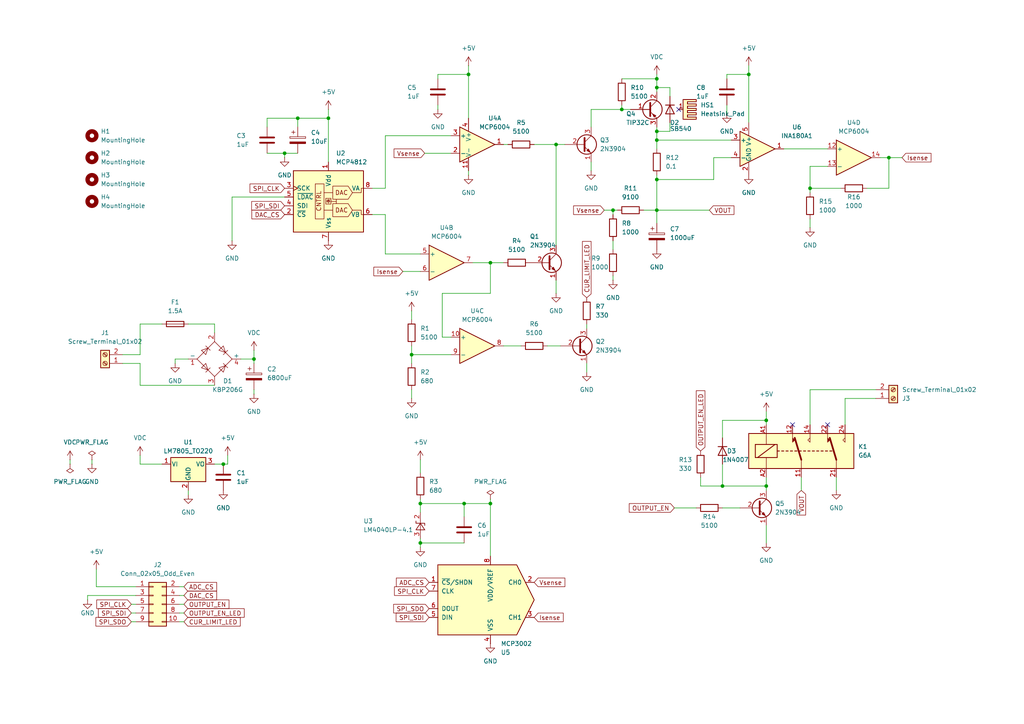
<source format=kicad_sch>
(kicad_sch (version 20231120) (generator "eeschema") (generator_version "8.0")
  (paper "A4")
  (title_block (title "PSU - Regulation") (date "2025-01-05") (rev "v01") (comment 4 "Author: Marc-Olivier Mercier"))
  (lib_symbols
    (symbol "Amplifier_Current:INA180A1" (pin_names (offset 0.127))
      (property "Reference" "U" (at 3.81 3.81 0))
      (property "Value" "INA180A1" (at 3.81 -2.54 0))
      (symbol "INA180A1_1_1"
        (pin output line (at 7.62 0 180) (length 2.54) (name "~") (number "1"))
        (pin power_in line (at -2.54 -7.62 90) (length 3.81) (name "GND") (number "2"))
        (pin input line (at -7.62 2.54 0) (length 2.54) (name "+") (number "3"))
        (pin input line (at -7.62 -2.54 0) (length 2.54) (name "-") (number "4"))
        (pin power_in line (at -2.54 7.62 270) (length 3.81) (name "V+") (number "5"))
      )
    )
    (symbol "Amplifier_Operational:MCP6004" (pin_names (offset 0.127))
      (property "Reference" "U" (at 0 5.08 0))
      (property "Value" "MCP6004" (at 0 -5.08 0))
      (symbol "MCP6004_1_1"
        (pin output line (at 7.62 0 180) (length 2.54) (name "~") (number "1"))
        (pin input line (at -7.62 -2.54 0) (length 2.54) (name "-") (number "2"))
        (pin input line (at -7.62 2.54 0) (length 2.54) (name "+") (number "3"))
      )
      (symbol "MCP6004_2_1"
        (pin input line (at -7.62 2.54 0) (length 2.54) (name "+") (number "5"))
        (pin input line (at -7.62 -2.54 0) (length 2.54) (name "-") (number "6"))
        (pin output line (at 7.62 0 180) (length 2.54) (name "~") (number "7"))
      )
      (symbol "MCP6004_3_1"
        (pin input line (at -7.62 2.54 0) (length 2.54) (name "+") (number "10"))
        (pin output line (at 7.62 0 180) (length 2.54) (name "~") (number "8"))
        (pin input line (at -7.62 -2.54 0) (length 2.54) (name "-") (number "9"))
      )
      (symbol "MCP6004_4_1"
        (pin input line (at -7.62 2.54 0) (length 2.54) (name "+") (number "12"))
        (pin input line (at -7.62 -2.54 0) (length 2.54) (name "-") (number "13"))
        (pin output line (at 7.62 0 180) (length 2.54) (name "~") (number "14"))
      )
      (symbol "MCP6004_5_1"
        (pin power_in line (at -2.54 -7.62 90) (length 3.81) (name "V-") (number "11"))
        (pin power_in line (at -2.54 7.62 270) (length 3.81) (name "V+") (number "4"))
      )
    )
    (symbol "Analog_ADC:MCP3002" (pin_names (offset 1.016))
      (property "Reference" "U" (at -6.35 11.43 0))
      (property "Value" "MCP3002" (at 11.43 11.43 0))
      (symbol "MCP3002_1_1"
        (pin input line (at 17.78 5.08 180) (length 2.54) (name "~{CS}/SHDN") (number "1"))
        (pin passive line (at -12.7 5.08 0) (length 2.54) (name "CH0") (number "2"))
        (pin passive line (at -12.7 -5.08 0) (length 2.54) (name "CH1") (number "3"))
        (pin power_in line (at 0 -12.7 90) (length 2.54) (name "VSS") (number "4"))
        (pin input line (at 17.78 -5.08 180) (length 2.54) (name "DIN") (number "5"))
        (pin output line (at 17.78 -2.54 180) (length 2.54) (name "DOUT") (number "6"))
        (pin input line (at 17.78 2.54 180) (length 2.54) (name "CLK") (number "7"))
        (pin power_in line (at 0 12.7 270) (length 2.54) (name "VDD/VREF") (number "8"))
      )
    )
    (symbol "Analog_DAC:MCP4812" (pin_names (offset 1.016))
      (property "Reference" "U" (at -2.54 10.795 0))
      (property "Value" "MCP4812" (at -2.54 8.89 0))
      (symbol "MCP4812_0_0"
        (text "CNTRL" (at -2.032 -4.191 900) (effects (font (size 1.27 1.27)) (justify left bottom)))
        (text "DAC" (at 3.81 -3.81 0) (effects (font (size 1.27 1.27))))
        (text "DAC" (at 3.81 1.27 0) (effects (font (size 1.27 1.27))))
      )
      (symbol "MCP4812_1_1"
        (pin power_in line (at 0 10.16 270) (length 2.54) (name "Vdd") (number "1"))
        (pin input line (at -12.7 -5.08 0) (length 2.54) (name "~{CS}") (number "2"))
        (pin input clock (at -12.7 2.54 0) (length 2.54) (name "SCK") (number "3"))
        (pin input line (at -12.7 -2.54 0) (length 2.54) (name "SDI") (number "4"))
        (pin input line (at -12.7 0 0) (length 2.54) (name "~{LDAC}") (number "5"))
        (pin output line (at 12.7 -5.08 180) (length 2.54) (name "VB") (number "6"))
        (pin power_in line (at 0 -12.7 90) (length 2.54) (name "Vss") (number "7"))
        (pin output line (at 12.7 2.54 180) (length 2.54) (name "VA") (number "8"))
      )
    )
    (symbol "Connector:Screw_Terminal_01x02" (pin_names (offset 1.016) hide)
      (property "Reference" "J" (at 0 2.54 0))
      (property "Value" "Screw_Terminal_01x02" (at 0 -5.08 0))
      (symbol "Screw_Terminal_01x02_1_1"
        (pin passive line (at -5.08 0 0) (length 3.81) (name "Pin_1") (number "1"))
        (pin passive line (at -5.08 -2.54 0) (length 3.81) (name "Pin_2") (number "2"))
      )
    )
    (symbol "Connector_Generic:Conn_02x05_Odd_Even" (pin_names (offset 1.016) hide)
      (property "Reference" "J" (at 1.27 7.62 0))
      (property "Value" "Conn_02x05_Odd_Even" (at 1.27 -7.62 0))
      (symbol "Conn_02x05_Odd_Even_1_1"
        (pin passive line (at -5.08 5.08 0) (length 3.81) (name "Pin_1") (number "1"))
        (pin passive line (at 7.62 -5.08 180) (length 3.81) (name "Pin_10") (number "10"))
        (pin passive line (at 7.62 5.08 180) (length 3.81) (name "Pin_2") (number "2"))
        (pin passive line (at -5.08 2.54 0) (length 3.81) (name "Pin_3") (number "3"))
        (pin passive line (at 7.62 2.54 180) (length 3.81) (name "Pin_4") (number "4"))
        (pin passive line (at -5.08 0 0) (length 3.81) (name "Pin_5") (number "5"))
        (pin passive line (at 7.62 0 180) (length 3.81) (name "Pin_6") (number "6"))
        (pin passive line (at -5.08 -2.54 0) (length 3.81) (name "Pin_7") (number "7"))
        (pin passive line (at 7.62 -2.54 180) (length 3.81) (name "Pin_8") (number "8"))
        (pin passive line (at -5.08 -5.08 0) (length 3.81) (name "Pin_9") (number "9"))
      )
    )
    (symbol "Device:C" (pin_numbers hide) (pin_names (offset 0.254))
      (property "Reference" "C" (at 0.635 2.54 0))
      (property "Value" "C" (at 0.635 -2.54 0))
      (symbol "C_1_1"
        (pin passive line (at 0 3.81 270) (length 2.794) (name "~") (number "1"))
        (pin passive line (at 0 -3.81 90) (length 2.794) (name "~") (number "2"))
      )
    )
    (symbol "Device:C_Polarized" (pin_numbers hide) (pin_names (offset 0.254))
      (property "Reference" "C" (at 0.635 2.54 0))
      (property "Value" "C_Polarized" (at 0.635 -2.54 0))
      (symbol "C_Polarized_1_1"
        (pin passive line (at 0 3.81 270) (length 2.794) (name "~") (number "1"))
        (pin passive line (at 0 -3.81 90) (length 2.794) (name "~") (number "2"))
      )
    )
    (symbol "Device:D" (pin_numbers hide) (pin_names (offset 1.016) hide)
      (property "Reference" "D" (at 0 2.54 0))
      (property "Value" "D" (at 0 -2.54 0))
      (symbol "D_1_1"
        (pin passive line (at -3.81 0 0) (length 2.54) (name "K") (number "1"))
        (pin passive line (at 3.81 0 180) (length 2.54) (name "A") (number "2"))
      )
    )
    (symbol "Device:Fuse" (pin_numbers hide) (pin_names (offset 0))
      (property "Reference" "F" (at 2.032 0 90))
      (property "Value" "Fuse" (at -1.905 0 90))
      (symbol "Fuse_1_1"
        (pin passive line (at 0 3.81 270) (length 1.27) (name "~") (number "1"))
        (pin passive line (at 0 -3.81 90) (length 1.27) (name "~") (number "2"))
      )
    )
    (symbol "Device:R" (pin_numbers hide) (pin_names (offset 0))
      (property "Reference" "R" (at 2.032 0 90))
      (property "Value" "R" (at 0 0 90))
      (symbol "R_1_1"
        (pin passive line (at 0 3.81 270) (length 1.27) (name "~") (number "1"))
        (pin passive line (at 0 -3.81 90) (length 1.27) (name "~") (number "2"))
      )
    )
    (symbol "Diode_Bridge:B250C2300-1500A" (pin_names (offset 0))
      (property "Reference" "D" (at 2.54 6.985 0))
      (property "Value" "B250C2300-1500A" (at 2.54 5.08 0))
      (symbol "B250C2300-1500A_1_1"
        (pin passive line (at -7.62 0 0) (length 2.54) (name "-") (number "1"))
        (pin passive line (at 0 7.62 270) (length 2.54) (name "~") (number "2"))
        (pin passive line (at 0 -7.62 90) (length 2.54) (name "~") (number "3"))
        (pin passive line (at 7.62 0 180) (length 2.54) (name "+") (number "4"))
      )
    )
    (symbol "Mechanical:Heatsink_Pad" (pin_names (offset 0)) (exclude_from_sim yes)
      (property "Reference" "HS" (at 0 5.715 0))
      (property "Value" "Heatsink_Pad" (at 0 3.81 0))
      (symbol "Heatsink_Pad_1_1"
        (pin passive line (at 0 -2.54 90) (length 1.27) (name "~") (number "1"))
      )
    )
    (symbol "Mechanical:MountingHole" (pin_names (offset 1.016)) (exclude_from_sim yes) (in_bom no)
      (property "Reference" "H" (at 0 5.08 0))
      (property "Value" "MountingHole" (at 0 3.175 0))
    )
    (symbol "Reference_Voltage:LM4040LP-4.1" (pin_names (offset 0.0254) hide)
      (property "Reference" "U" (at 0 2.54 0))
      (property "Value" "LM4040LP-4.1" (at 0 -3.175 0))
      (symbol "LM4040LP-4.1_1_1"
        (pin no_connect line (at -1.27 0 0) (length 2.54) hide (name "NC") (number "1"))
        (pin passive line (at 3.81 0 180) (length 2.54) (name "K") (number "2"))
        (pin passive line (at -3.81 0 0) (length 2.54) (name "A") (number "3"))
      )
    )
    (symbol "Regulator_Linear:LM7805_TO220" (pin_names (offset 0.254))
      (property "Reference" "U" (at -3.81 3.175 0))
      (property "Value" "LM7805_TO220" (at 0 3.175 0))
      (symbol "LM7805_TO220_1_1"
        (pin power_in line (at -7.62 0 0) (length 2.54) (name "VI") (number "1"))
        (pin power_in line (at 0 -7.62 90) (length 2.54) (name "GND") (number "2"))
        (pin power_out line (at 7.62 0 180) (length 2.54) (name "VO") (number "3"))
      )
    )
    (symbol "Relay:G6A"
      (property "Reference" "K" (at 16.51 3.81 0))
      (property "Value" "G6A" (at 16.51 1.27 0))
      (symbol "G6A_1_1"
        (pin passive line (at 0 -7.62 90) (length 2.54) (name "~") (number "11"))
        (pin passive line (at -2.54 7.62 270) (length 2.54) (name "~") (number "12"))
        (pin passive line (at 2.54 7.62 270) (length 2.54) (name "~") (number "14"))
        (pin passive line (at 10.16 -7.62 90) (length 2.54) (name "~") (number "21"))
        (pin passive line (at 7.62 7.62 270) (length 2.54) (name "~") (number "22"))
        (pin passive line (at 12.7 7.62 270) (length 2.54) (name "~") (number "24"))
        (pin passive line (at -10.16 7.62 270) (length 2.54) (name "~") (number "A1"))
        (pin passive line (at -10.16 -7.62 90) (length 2.54) (name "~") (number "A2"))
      )
    )
    (symbol "Transistor_BJT:2N3904" (pin_names (offset 0) hide)
      (property "Reference" "Q" (at 5.08 1.905 0))
      (property "Value" "2N3904" (at 5.08 0 0))
      (symbol "2N3904_1_1"
        (pin passive line (at 2.54 -5.08 90) (length 2.54) (name "E") (number "1"))
        (pin passive line (at -5.08 0 0) (length 5.715) (name "B") (number "2"))
        (pin passive line (at 2.54 5.08 270) (length 2.54) (name "C") (number "3"))
      )
    )
    (symbol "Transistor_BJT:TIP42C" (pin_names (offset 0) hide)
      (property "Reference" "Q" (at 6.35 1.905 0))
      (property "Value" "TIP42C" (at 6.35 0 0))
      (symbol "TIP42C_1_1"
        (pin input line (at -5.08 0 0) (length 5.715) (name "B") (number "1"))
        (pin passive line (at 2.54 5.08 270) (length 2.54) (name "C") (number "2"))
        (pin passive line (at 2.54 -5.08 90) (length 2.54) (name "E") (number "3"))
      )
    )
    (symbol "power:+5V" (power) (pin_numbers hide) (pin_names (offset 0) hide)
      (property "Value" "+5V" (at 0 3.556 0))
      (symbol "+5V_1_1"
        (pin power_in line (at 0 0 90) (length 0) (name "~") (number "1"))
      )
    )
    (symbol "power:GND" (power) (pin_numbers hide) (pin_names (offset 0) hide)
      (property "Value" "GND" (at 0 -3.81 0))
      (symbol "GND_1_1"
        (pin power_in line (at 0 0 270) (length 0) (name "~") (number "1"))
      )
    )
    (symbol "power:PWR_FLAG" (power) (pin_numbers hide) (pin_names (offset 0) hide)
      (property "Value" "PWR_FLAG" (at 0 3.81 0))
      (symbol "PWR_FLAG_0_0"
        (pin power_out line (at 0 0 90) (length 0) (name "~") (number "1"))
      )
    )
    (symbol "power:VDC" (power) (pin_numbers hide) (pin_names (offset 0) hide)
      (property "Value" "VDC" (at 0 3.556 0))
      (symbol "VDC_1_1"
        (pin power_in line (at 0 0 90) (length 0) (name "~") (number "1"))
      )
    )
  )
  (junction (at 73.66 104.14))
  (junction (at 190.5 52.07))
  (junction (at 177.8 60.96))
  (junction (at 121.92 146.05))
  (junction (at 95.25 34.29))
  (junction (at 134.62 146.05))
  (junction (at 190.5 60.96))
  (junction (at 82.55 44.45))
  (junction (at 180.34 31.75))
  (junction (at 121.92 157.48))
  (junction (at 142.24 76.2))
  (junction (at 217.17 21.59))
  (junction (at 142.24 146.05))
  (junction (at 119.38 102.87))
  (junction (at 209.55 140.97))
  (junction (at 257.81 45.72))
  (junction (at 190.5 38.1))
  (junction (at 135.89 21.59))
  (junction (at 222.25 140.97))
  (junction (at 222.25 121.92))
  (junction (at 234.95 54.61))
  (junction (at 190.5 40.64))
  (junction (at 190.5 22.86))
  (junction (at 86.36 34.29))
  (junction (at 64.77 134.62))
  (junction (at 161.29 41.91))
  (junction (at 190.5 25.4))
  (no_connect (at 240.03 123.19))
  (no_connect (at 229.87 123.19))
  (no_connect (at 196.85 31.75))
  (wire (pts (xy 190.5 60.96) (xy 190.5 64.77)))
  (wire (pts (xy 54.61 142.24) (xy 54.61 143.51)))
  (wire (pts (xy 38.1 177.8) (xy 39.37 177.8)))
  (wire (pts (xy 203.2 138.43) (xy 203.2 140.97)))
  (wire (pts (xy 128.27 85.09) (xy 142.24 85.09)))
  (wire (pts (xy 234.95 113.03) (xy 234.95 123.19)))
  (wire (pts (xy 209.55 127) (xy 209.55 121.92)))
  (wire (pts (xy 111.76 39.37) (xy 130.81 39.37)))
  (wire (pts (xy 142.24 144.78) (xy 142.24 146.05)))
  (wire (pts (xy 77.47 34.29) (xy 86.36 34.29)))
  (wire (pts (xy 73.66 104.14) (xy 73.66 105.41)))
  (wire (pts (xy 190.5 40.64) (xy 190.5 43.18)))
  (wire (pts (xy 222.25 140.97) (xy 222.25 142.24)))
  (wire (pts (xy 52.07 180.34) (xy 53.34 180.34)))
  (wire (pts (xy 50.8 104.14) (xy 50.8 105.41)))
  (wire (pts (xy 64.77 134.62) (xy 66.04 134.62)))
  (wire (pts (xy 38.1 180.34) (xy 39.37 180.34)))
  (wire (pts (xy 40.64 105.41) (xy 35.56 105.41)))
  (wire (pts (xy 161.29 41.91) (xy 161.29 71.12)))
  (wire (pts (xy 52.07 175.26) (xy 53.34 175.26)))
  (wire (pts (xy 95.25 34.29) (xy 95.25 46.99)))
  (wire (pts (xy 127 22.86) (xy 127 21.59)))
  (wire (pts (xy 232.41 138.43) (xy 232.41 142.24)))
  (wire (pts (xy 119.38 102.87) (xy 119.38 105.41)))
  (wire (pts (xy 121.92 157.48) (xy 134.62 157.48)))
  (wire (pts (xy 161.29 41.91) (xy 163.83 41.91)))
  (wire (pts (xy 222.25 138.43) (xy 222.25 140.97)))
  (wire (pts (xy 107.95 54.61) (xy 111.76 54.61)))
  (wire (pts (xy 67.31 57.15) (xy 67.31 69.85)))
  (wire (pts (xy 154.94 41.91) (xy 161.29 41.91)))
  (wire (pts (xy 82.55 44.45) (xy 82.55 45.72)))
  (wire (pts (xy 190.5 21.59) (xy 190.5 22.86)))
  (wire (pts (xy 203.2 140.97) (xy 209.55 140.97)))
  (wire (pts (xy 40.64 134.62) (xy 46.99 134.62)))
  (wire (pts (xy 254 115.57) (xy 245.11 115.57)))
  (wire (pts (xy 175.26 60.96) (xy 177.8 60.96)))
  (wire (pts (xy 251.46 54.61) (xy 257.81 54.61)))
  (wire (pts (xy 210.82 30.48) (xy 210.82 33.02)))
  (wire (pts (xy 121.92 146.05) (xy 121.92 148.59)))
  (wire (pts (xy 38.1 175.26) (xy 39.37 175.26)))
  (wire (pts (xy 119.38 100.33) (xy 119.38 102.87)))
  (wire (pts (xy 121.92 144.78) (xy 121.92 146.05)))
  (wire (pts (xy 135.89 19.05) (xy 135.89 21.59)))
  (wire (pts (xy 107.95 62.23) (xy 111.76 62.23)))
  (wire (pts (xy 209.55 134.62) (xy 209.55 140.97)))
  (wire (pts (xy 222.25 121.92) (xy 222.25 123.19)))
  (wire (pts (xy 245.11 115.57) (xy 245.11 123.19)))
  (wire (pts (xy 177.8 69.85) (xy 177.8 72.39)))
  (wire (pts (xy 142.24 161.29) (xy 142.24 146.05)))
  (wire (pts (xy 25.4 173.99) (xy 25.4 172.72)))
  (wire (pts (xy 257.81 45.72) (xy 261.62 45.72)))
  (wire (pts (xy 254 113.03) (xy 234.95 113.03)))
  (wire (pts (xy 190.5 22.86) (xy 190.5 25.4)))
  (wire (pts (xy 194.31 35.56) (xy 194.31 38.1)))
  (wire (pts (xy 119.38 90.17) (xy 119.38 92.71)))
  (wire (pts (xy 190.5 36.83) (xy 190.5 38.1)))
  (wire (pts (xy 190.5 50.8) (xy 190.5 52.07)))
  (wire (pts (xy 137.16 76.2) (xy 142.24 76.2)))
  (wire (pts (xy 27.94 165.1) (xy 27.94 170.18)))
  (wire (pts (xy 194.31 27.94) (xy 194.31 25.4)))
  (wire (pts (xy 111.76 54.61) (xy 111.76 39.37)))
  (wire (pts (xy 190.5 52.07) (xy 190.5 60.96)))
  (wire (pts (xy 27.94 170.18) (xy 39.37 170.18)))
  (wire (pts (xy 128.27 97.79) (xy 128.27 85.09)))
  (wire (pts (xy 135.89 49.53) (xy 135.89 50.8)))
  (wire (pts (xy 111.76 73.66) (xy 121.92 73.66)))
  (wire (pts (xy 255.27 45.72) (xy 257.81 45.72)))
  (wire (pts (xy 73.66 113.03) (xy 73.66 114.3)))
  (wire (pts (xy 257.81 45.72) (xy 257.81 54.61)))
  (wire (pts (xy 130.81 97.79) (xy 128.27 97.79)))
  (wire (pts (xy 135.89 21.59) (xy 135.89 34.29)))
  (wire (pts (xy 194.31 38.1) (xy 190.5 38.1)))
  (wire (pts (xy 121.92 156.21) (xy 121.92 157.48)))
  (wire (pts (xy 209.55 147.32) (xy 214.63 147.32)))
  (wire (pts (xy 242.57 138.43) (xy 242.57 142.24)))
  (wire (pts (xy 95.25 31.75) (xy 95.25 34.29)))
  (wire (pts (xy 119.38 102.87) (xy 130.81 102.87)))
  (wire (pts (xy 123.19 44.45) (xy 130.81 44.45)))
  (wire (pts (xy 234.95 63.5) (xy 234.95 66.04)))
  (wire (pts (xy 67.31 57.15) (xy 82.55 57.15)))
  (wire (pts (xy 86.36 36.83) (xy 86.36 34.29)))
  (wire (pts (xy 73.66 104.14) (xy 73.66 101.6)))
  (wire (pts (xy 82.55 44.45) (xy 86.36 44.45)))
  (wire (pts (xy 161.29 81.28) (xy 161.29 85.09)))
  (wire (pts (xy 121.92 157.48) (xy 121.92 158.75)))
  (wire (pts (xy 190.5 38.1) (xy 190.5 40.64)))
  (wire (pts (xy 146.05 41.91) (xy 147.32 41.91)))
  (wire (pts (xy 209.55 140.97) (xy 222.25 140.97)))
  (wire (pts (xy 142.24 146.05) (xy 134.62 146.05)))
  (wire (pts (xy 119.38 113.03) (xy 119.38 115.57)))
  (wire (pts (xy 52.07 177.8) (xy 53.34 177.8)))
  (wire (pts (xy 217.17 19.05) (xy 217.17 21.59)))
  (wire (pts (xy 170.18 105.41) (xy 170.18 107.95)))
  (wire (pts (xy 62.23 111.76) (xy 40.64 111.76)))
  (wire (pts (xy 121.92 133.35) (xy 121.92 137.16)))
  (wire (pts (xy 234.95 54.61) (xy 243.84 54.61)))
  (wire (pts (xy 116.84 78.74) (xy 121.92 78.74)))
  (wire (pts (xy 134.62 146.05) (xy 121.92 146.05)))
  (wire (pts (xy 146.05 100.33) (xy 151.13 100.33)))
  (wire (pts (xy 222.25 119.38) (xy 222.25 121.92)))
  (wire (pts (xy 190.5 60.96) (xy 205.74 60.96)))
  (wire (pts (xy 186.69 60.96) (xy 190.5 60.96)))
  (wire (pts (xy 209.55 121.92) (xy 222.25 121.92)))
  (wire (pts (xy 54.61 104.14) (xy 50.8 104.14)))
  (wire (pts (xy 217.17 21.59) (xy 217.17 35.56)))
  (wire (pts (xy 62.23 96.52) (xy 62.23 93.98)))
  (wire (pts (xy 212.09 45.72) (xy 207.01 45.72)))
  (wire (pts (xy 158.75 100.33) (xy 162.56 100.33)))
  (wire (pts (xy 210.82 22.86) (xy 210.82 21.59)))
  (wire (pts (xy 171.45 36.83) (xy 171.45 31.75)))
  (wire (pts (xy 180.34 22.86) (xy 190.5 22.86)))
  (wire (pts (xy 171.45 46.99) (xy 171.45 49.53)))
  (wire (pts (xy 170.18 93.98) (xy 170.18 95.25)))
  (wire (pts (xy 179.07 60.96) (xy 177.8 60.96)))
  (wire (pts (xy 127 21.59) (xy 135.89 21.59)))
  (wire (pts (xy 180.34 31.75) (xy 180.34 30.48)))
  (wire (pts (xy 234.95 54.61) (xy 234.95 55.88)))
  (wire (pts (xy 207.01 45.72) (xy 207.01 52.07)))
  (wire (pts (xy 66.04 134.62) (xy 66.04 132.08)))
  (wire (pts (xy 195.58 147.32) (xy 201.93 147.32)))
  (wire (pts (xy 40.64 93.98) (xy 40.64 102.87)))
  (wire (pts (xy 171.45 31.75) (xy 180.34 31.75)))
  (wire (pts (xy 86.36 34.29) (xy 95.25 34.29)))
  (wire (pts (xy 234.95 48.26) (xy 234.95 54.61)))
  (wire (pts (xy 40.64 93.98) (xy 46.99 93.98)))
  (wire (pts (xy 194.31 25.4) (xy 190.5 25.4)))
  (wire (pts (xy 190.5 40.64) (xy 212.09 40.64)))
  (wire (pts (xy 62.23 134.62) (xy 64.77 134.62)))
  (wire (pts (xy 25.4 172.72) (xy 39.37 172.72)))
  (wire (pts (xy 177.8 80.01) (xy 177.8 81.28)))
  (wire (pts (xy 54.61 93.98) (xy 62.23 93.98)))
  (wire (pts (xy 127 30.48) (xy 127 31.75)))
  (wire (pts (xy 40.64 111.76) (xy 40.64 105.41)))
  (wire (pts (xy 52.07 172.72) (xy 53.34 172.72)))
  (wire (pts (xy 52.07 170.18) (xy 53.34 170.18)))
  (wire (pts (xy 240.03 48.26) (xy 234.95 48.26)))
  (wire (pts (xy 20.32 133.35) (xy 20.32 134.62)))
  (wire (pts (xy 77.47 44.45) (xy 82.55 44.45)))
  (wire (pts (xy 134.62 146.05) (xy 134.62 149.86)))
  (wire (pts (xy 142.24 76.2) (xy 142.24 85.09)))
  (wire (pts (xy 26.67 133.35) (xy 26.67 134.62)))
  (wire (pts (xy 69.85 104.14) (xy 73.66 104.14)))
  (wire (pts (xy 222.25 152.4) (xy 222.25 157.48)))
  (wire (pts (xy 182.88 31.75) (xy 180.34 31.75)))
  (wire (pts (xy 177.8 60.96) (xy 177.8 62.23)))
  (wire (pts (xy 227.33 43.18) (xy 240.03 43.18)))
  (wire (pts (xy 40.64 102.87) (xy 35.56 102.87)))
  (wire (pts (xy 40.64 134.62) (xy 40.64 132.08)))
  (wire (pts (xy 77.47 36.83) (xy 77.47 34.29)))
  (wire (pts (xy 142.24 76.2) (xy 146.05 76.2)))
  (wire (pts (xy 190.5 25.4) (xy 190.5 26.67)))
  (wire (pts (xy 207.01 52.07) (xy 190.5 52.07)))
  (wire (pts (xy 111.76 62.23) (xy 111.76 73.66)))
  (wire (pts (xy 210.82 21.59) (xy 217.17 21.59)))
  (global_label "SPI_SDI" (shape input) (at 124.46 179.07 180) (property "Intersheetrefs" "${INTERSHEET_REFS}" (effects (hide yes))))
  (global_label "SPI_CLK" (shape input) (at 124.46 171.45 180) (property "Intersheetrefs" "${INTERSHEET_REFS}" (effects (hide yes))))
  (global_label "DAC_CS" (shape input) (at 82.55 62.23 180) (property "Intersheetrefs" "${INTERSHEET_REFS}" (effects (hide yes))))
  (global_label "SPI_SDI" (shape input) (at 38.1 177.8 180) (property "Intersheetrefs" "${INTERSHEET_REFS}" (effects (hide yes))))
  (global_label "OUTPUT_EN" (shape input) (at 53.34 175.26 0) (property "Intersheetrefs" "${INTERSHEET_REFS}" (effects (hide yes))))
  (global_label "Isense" (shape input) (at 261.62 45.72 0) (property "Intersheetrefs" "${INTERSHEET_REFS}" (effects (hide yes))))
  (global_label "OUTPUT_EN" (shape input) (at 195.58 147.32 180) (property "Intersheetrefs" "${INTERSHEET_REFS}" (effects (hide yes))))
  (global_label "Vsense" (shape input) (at 154.94 168.91 0) (property "Intersheetrefs" "${INTERSHEET_REFS}" (effects (hide yes))))
  (global_label "SPI_CLK" (shape input) (at 82.55 54.61 180) (property "Intersheetrefs" "${INTERSHEET_REFS}" (effects (hide yes))))
  (global_label "OUTPUT_EN_LED" (shape input) (at 203.2 130.81 90) (property "Intersheetrefs" "${INTERSHEET_REFS}" (effects (hide yes))))
  (global_label "SPI_SDI" (shape input) (at 82.55 59.69 180) (property "Intersheetrefs" "${INTERSHEET_REFS}" (effects (hide yes))))
  (global_label "Isense" (shape input) (at 154.94 179.07 0) (property "Intersheetrefs" "${INTERSHEET_REFS}" (effects (hide yes))))
  (global_label "ADC_CS" (shape input) (at 124.46 168.91 180) (property "Intersheetrefs" "${INTERSHEET_REFS}" (effects (hide yes))))
  (global_label "Isense" (shape input) (at 116.84 78.74 180) (property "Intersheetrefs" "${INTERSHEET_REFS}" (effects (hide yes))))
  (global_label "OUTPUT_EN_LED" (shape input) (at 53.34 177.8 0) (property "Intersheetrefs" "${INTERSHEET_REFS}" (effects (hide yes))))
  (global_label "SPI_SDO" (shape input) (at 38.1 180.34 180) (property "Intersheetrefs" "${INTERSHEET_REFS}" (effects (hide yes))))
  (global_label "VOUT" (shape input) (at 232.41 142.24 270) (property "Intersheetrefs" "${INTERSHEET_REFS}" (effects (hide yes))))
  (global_label "Vsense" (shape input) (at 175.26 60.96 180) (property "Intersheetrefs" "${INTERSHEET_REFS}" (effects (hide yes))))
  (global_label "Vsense" (shape input) (at 123.19 44.45 180) (property "Intersheetrefs" "${INTERSHEET_REFS}" (effects (hide yes))))
  (global_label "SPI_SDO" (shape input) (at 124.46 176.53 180) (property "Intersheetrefs" "${INTERSHEET_REFS}" (effects (hide yes))))
  (global_label "ADC_CS" (shape input) (at 53.34 170.18 0) (property "Intersheetrefs" "${INTERSHEET_REFS}" (effects (hide yes))))
  (global_label "VOUT" (shape input) (at 205.74 60.96 0) (property "Intersheetrefs" "${INTERSHEET_REFS}" (effects (hide yes))))
  (global_label "CUR_LIMIT_LED" (shape input) (at 53.34 180.34 0) (property "Intersheetrefs" "${INTERSHEET_REFS}" (effects (hide yes))))
  (global_label "CUR_LIMIT_LED" (shape input) (at 170.18 86.36 90) (property "Intersheetrefs" "${INTERSHEET_REFS}" (effects (hide yes))))
  (global_label "SPI_CLK" (shape input) (at 38.1 175.26 180) (property "Intersheetrefs" "${INTERSHEET_REFS}" (effects (hide yes))))
  (global_label "DAC_CS" (shape input) (at 53.34 172.72 0) (property "Intersheetrefs" "${INTERSHEET_REFS}" (effects (hide yes))))
  (symbol (lib_id "Mechanical:MountingHole") (at 26.67 52.07 0) (unit 1) (exclude_from_sim yes) (in_bom no)
    (property "Reference" "H3" (at 29.21 50.7999 0) (effects (justify left)))
    (property "Value" "MountingHole" (at 29.21 53.3399 0) (effects (justify left)))
    (property "Footprint" "MountingHole:MountingHole_3.2mm_M3" (effects (hide yes)))
    (property "Description" "Mounting Hole without connection" (effects (hide yes)))
  )
  (symbol (lib_id "Device:C_Polarized") (at 73.66 109.22 0) (unit 1)
    (property "Reference" "C2" (at 77.47 107.0609 0) (effects (justify left)))
    (property "Value" "6800uF" (at 77.47 109.6009 0) (effects (justify left)))
    (property "Footprint" "Capacitor_THT:CP_Radial_D18.0mm_P7.50mm" (effects (hide yes)))
    (property "Description" "Polarized capacitor" (effects (hide yes)))
  )
  (symbol (lib_id "Mechanical:MountingHole") (at 26.67 45.72 0) (unit 1) (exclude_from_sim yes) (in_bom no)
    (property "Reference" "H2" (at 29.21 44.4499 0) (effects (justify left)))
    (property "Value" "MountingHole" (at 29.21 46.9899 0) (effects (justify left)))
    (property "Footprint" "MountingHole:MountingHole_3.2mm_M3" (effects (hide yes)))
    (property "Description" "Mounting Hole without connection" (effects (hide yes)))
  )
  (symbol (lib_id "Reference_Voltage:LM4040LP-4.1") (at 121.92 152.4 90) (unit 1)
    (property "Reference" "U3" (at 105.41 151.13 90) (effects (justify right)))
    (property "Value" "LM4040LP-4.1" (at 105.41 153.67 90) (effects (justify right)))
    (property "Footprint" "Package_TO_SOT_THT:TO-92_Inline" (effects (hide yes)))
    (property "Datasheet" "http://www.ti.com/lit/ds/symlink/lm4040-n.pdf" (effects (hide yes)))
    (property "Description" "4.096V Precision Micropower Shunt Voltage Reference, TO-92" (effects (hide yes)))
  )
  (symbol (lib_id "power:GND") (at 67.31 69.85 0) (unit 1)
    (property "Reference" "#PWR010" (effects (hide yes)))
    (property "Value" "GND" (at 67.31 74.93 0))
    (property "Description" "Power symbol creates a global label with name \"GND\" , ground" (effects (hide yes)))
  )
  (symbol (lib_id "Device:R") (at 205.74 147.32 270) (unit 1)
    (property "Reference" "R14" (at 205.74 149.86 90))
    (property "Value" "5100" (at 205.74 152.4 90))
    (property "Footprint" "Resistor_SMD:R_0805_2012Metric" (effects (hide yes)))
    (property "Description" "Resistor" (effects (hide yes)))
  )
  (symbol (lib_id "Regulator_Linear:LM7805_TO220") (at 54.61 134.62 0) (unit 1)
    (property "Reference" "U1" (at 54.61 128.27 0))
    (property "Value" "LM7805_TO220" (at 54.61 130.81 0))
    (property "Footprint" "Package_TO_SOT_THT:TO-220-3_Vertical" (effects (hide yes)))
    (property "Datasheet" "https://www.onsemi.cn/PowerSolutions/document/MC7800-D.PDF" (effects (hide yes)))
    (property "Description" "Positive 1A 35V Linear Regulator, Fixed Output 5V, TO-220" (effects (hide yes)))
  )
  (symbol (lib_id "power:GND") (at 73.66 114.3 0) (unit 1)
    (property "Reference" "#PWR012" (effects (hide yes)))
    (property "Value" "GND" (at 73.66 119.38 0))
    (property "Description" "Power symbol creates a global label with name \"GND\" , ground" (effects (hide yes)))
  )
  (symbol (lib_id "Connector_Generic:Conn_02x05_Odd_Even") (at 44.45 175.26 0) (unit 1)
    (property "Reference" "J2" (at 45.72 163.83 0))
    (property "Value" "Conn_02x05_Odd_Even" (at 45.72 166.37 0))
    (property "Footprint" "Connector_PinSocket_2.54mm:PinSocket_2x05_P2.54mm_Vertical" (effects (hide yes)))
    (property "Description" "Generic connector, double row, 02x05, odd/even pin numbering scheme (row 1 odd numbers, row 2 even numbers), script generated (kicad-library-utils/schlib/autogen/connector/)" (effects (hide yes)))
  )
  (symbol (lib_id "power:GND") (at 234.95 66.04 0) (unit 1)
    (property "Reference" "#PWR035" (effects (hide yes)))
    (property "Value" "GND" (at 234.95 71.12 0))
    (property "Description" "Power symbol creates a global label with name \"GND\" , ground" (effects (hide yes)))
  )
  (symbol (lib_id "Device:R") (at 182.88 60.96 270) (unit 1)
    (property "Reference" "R11" (at 182.88 54.61 90))
    (property "Value" "9100" (at 182.88 57.15 90))
    (property "Footprint" "Resistor_SMD:R_0805_2012Metric" (effects (hide yes)))
    (property "Description" "Resistor" (effects (hide yes)))
  )
  (symbol (lib_id "power:GND") (at 177.8 81.28 0) (unit 1)
    (property "Reference" "#PWR027" (effects (hide yes)))
    (property "Value" "GND" (at 177.8 86.36 0))
    (property "Description" "Power symbol creates a global label with name \"GND\" , ground" (effects (hide yes)))
  )
  (symbol (lib_id "power:VDC") (at 73.66 101.6 0) (unit 1)
    (property "Reference" "#PWR011" (effects (hide yes)))
    (property "Value" "VDC" (at 73.66 96.52 0))
    (property "Description" "Power symbol creates a global label with name \"VDC\"" (effects (hide yes)))
  )
  (symbol (lib_id "Device:R") (at 149.86 76.2 90) (unit 1)
    (property "Reference" "R4" (at 149.86 69.85 90))
    (property "Value" "5100" (at 149.86 72.39 90))
    (property "Footprint" "Resistor_SMD:R_0805_2012Metric" (effects (hide yes)))
    (property "Description" "Resistor" (effects (hide yes)))
  )
  (symbol (lib_id "Device:D") (at 194.31 31.75 270) (unit 1)
    (property "Reference" "D2" (at 194.31 35.56 90) (effects (justify left)))
    (property "Value" "SB540" (at 194.31 37.338 90) (effects (justify left)))
    (property "Footprint" "Diode_THT:D_DO-201AD_P12.70mm_Horizontal" (effects (hide yes)))
    (property "Description" "Diode" (effects (hide yes)))
    (property "Sim.Device" "D" (effects (hide yes)))
    (property "Sim.Pins" "1=K 2=A" (effects (hide yes)))
  )
  (symbol (lib_id "power:GND") (at 242.57 142.24 0) (unit 1)
    (property "Reference" "#PWR036" (effects (hide yes)))
    (property "Value" "GND" (at 242.57 147.32 0))
    (property "Description" "Power symbol creates a global label with name \"GND\" , ground" (effects (hide yes)))
  )
  (symbol (lib_id "power:PWR_FLAG") (at 142.24 144.78 0) (unit 1)
    (property "Reference" "#FLG03" (effects (hide yes)))
    (property "Value" "PWR_FLAG" (at 142.24 139.7 0))
    (property "Description" "Special symbol for telling ERC where power comes from" (effects (hide yes)))
  )
  (symbol (lib_id "power:VDC") (at 20.32 133.35 0) (unit 1)
    (property "Reference" "#PWR01" (effects (hide yes)))
    (property "Value" "VDC" (at 20.32 128.27 0))
    (property "Description" "Power symbol creates a global label with name \"VDC\"" (effects (hide yes)))
  )
  (symbol (lib_id "Device:R") (at 247.65 54.61 90) (unit 1)
    (property "Reference" "R16" (at 247.65 57.15 90))
    (property "Value" "1000" (at 247.65 59.69 90))
    (property "Footprint" "Resistor_SMD:R_0805_2012Metric" (effects (hide yes)))
    (property "Description" "Resistor" (effects (hide yes)))
  )
  (symbol (lib_id "Device:R") (at 121.92 140.97 0) (unit 1)
    (property "Reference" "R3" (at 124.46 139.6999 0) (effects (justify left)))
    (property "Value" "680" (at 124.46 142.2399 0) (effects (justify left)))
    (property "Footprint" "Resistor_SMD:R_0805_2012Metric" (effects (hide yes)))
    (property "Description" "Resistor" (effects (hide yes)))
  )
  (symbol (lib_id "Device:R") (at 234.95 59.69 0) (unit 1)
    (property "Reference" "R15" (at 237.49 58.4199 0) (effects (justify left)))
    (property "Value" "1000" (at 237.49 60.9599 0) (effects (justify left)))
    (property "Footprint" "Resistor_SMD:R_0805_2012Metric" (effects (hide yes)))
    (property "Description" "Resistor" (effects (hide yes)))
  )
  (symbol (lib_id "power:GND") (at 135.89 50.8 0) (unit 1)
    (property "Reference" "#PWR022" (effects (hide yes)))
    (property "Value" "GND" (at 135.89 55.88 0))
    (property "Description" "Power symbol creates a global label with name \"GND\" , ground" (effects (hide yes)))
  )
  (symbol (lib_id "power:VDC") (at 40.64 132.08 0) (unit 1)
    (property "Reference" "#PWR05" (effects (hide yes)))
    (property "Value" "VDC" (at 40.64 127 0))
    (property "Description" "Power symbol creates a global label with name \"VDC\"" (effects (hide yes)))
  )
  (symbol (lib_id "power:GND") (at 222.25 157.48 0) (unit 1)
    (property "Reference" "#PWR034" (effects (hide yes)))
    (property "Value" "GND" (at 222.25 162.56 0))
    (property "Description" "Power symbol creates a global label with name \"GND\" , ground" (effects (hide yes)))
  )
  (symbol (lib_id "power:+5V") (at 222.25 119.38 0) (unit 1)
    (property "Reference" "#PWR033" (effects (hide yes)))
    (property "Value" "+5V" (at 222.25 114.3 0))
    (property "Description" "Power symbol creates a global label with name \"+5V\"" (effects (hide yes)))
  )
  (symbol (lib_id "Device:R") (at 170.18 90.17 0) (unit 1)
    (property "Reference" "R7" (at 172.72 88.8999 0) (effects (justify left)))
    (property "Value" "330" (at 172.72 91.4399 0) (effects (justify left)))
    (property "Footprint" "Resistor_SMD:R_0805_2012Metric" (effects (hide yes)))
    (property "Description" "Resistor" (effects (hide yes)))
  )
  (symbol (lib_id "power:GND") (at 64.77 142.24 0) (unit 1)
    (property "Reference" "#PWR08" (effects (hide yes)))
    (property "Value" "GND" (at 64.77 147.32 0))
    (property "Description" "Power symbol creates a global label with name \"GND\" , ground" (effects (hide yes)))
  )
  (symbol (lib_id "Amplifier_Operational:MCP6004") (at 129.54 76.2 0) (unit 2)
    (property "Reference" "U4" (at 129.54 66.04 0))
    (property "Value" "MCP6004" (at 129.54 68.58 0))
    (property "Footprint" "Package_DIP:DIP-14_W7.62mm" (effects (hide yes)))
    (property "Datasheet" "http://ww1.microchip.com/downloads/en/DeviceDoc/21733j.pdf" (effects (hide yes)))
    (property "Description" "1MHz, Low-Power Op Amp, DIP-14/SOIC-14/TSSOP-14" (effects (hide yes)))
  )
  (symbol (lib_id "Device:R") (at 151.13 41.91 90) (unit 1)
    (property "Reference" "R5" (at 151.13 35.56 90))
    (property "Value" "5100" (at 151.13 38.1 90))
    (property "Footprint" "Resistor_SMD:R_0805_2012Metric" (effects (hide yes)))
    (property "Description" "Resistor" (effects (hide yes)))
  )
  (symbol (lib_id "power:GND") (at 95.25 69.85 0) (unit 1)
    (property "Reference" "#PWR015" (effects (hide yes)))
    (property "Value" "GND" (at 95.25 74.93 0))
    (property "Description" "Power symbol creates a global label with name \"GND\" , ground" (effects (hide yes)))
  )
  (symbol (lib_id "power:+5V") (at 135.89 19.05 0) (unit 1)
    (property "Reference" "#PWR021" (effects (hide yes)))
    (property "Value" "+5V" (at 135.89 13.97 0))
    (property "Description" "Power symbol creates a global label with name \"+5V\"" (effects (hide yes)))
  )
  (symbol (lib_id "power:GND") (at 82.55 45.72 0) (unit 1)
    (property "Reference" "#PWR013" (effects (hide yes)))
    (property "Value" "GND" (at 82.55 50.8 0))
    (property "Description" "Power symbol creates a global label with name \"GND\" , ground" (effects (hide yes)))
  )
  (symbol (lib_id "power:GND") (at 171.45 49.53 0) (unit 1)
    (property "Reference" "#PWR026" (effects (hide yes)))
    (property "Value" "GND" (at 171.45 54.61 0))
    (property "Description" "Power symbol creates a global label with name \"GND\" , ground" (effects (hide yes)))
  )
  (symbol (lib_id "Device:C") (at 134.62 153.67 0) (unit 1)
    (property "Reference" "C6" (at 138.43 152.3999 0) (effects (justify left)))
    (property "Value" "1uF" (at 138.43 154.9399 0) (effects (justify left)))
    (property "Footprint" "Capacitor_SMD:C_0805_2012Metric" (effects (hide yes)))
    (property "Description" "Unpolarized capacitor" (effects (hide yes)))
  )
  (symbol (lib_id "Device:D") (at 209.55 130.81 270) (unit 1)
    (property "Reference" "D3" (at 210.82 130.81 90) (effects (justify left)))
    (property "Value" "1N4007" (at 209.55 133.35 90) (effects (justify left)))
    (property "Footprint" "Diode_THT:D_DO-41_SOD81_P7.62mm_Horizontal" (effects (hide yes)))
    (property "Description" "Diode" (effects (hide yes)))
    (property "Sim.Device" "D" (effects (hide yes)))
    (property "Sim.Pins" "1=K 2=A" (effects (hide yes)))
  )
  (symbol (lib_id "Transistor_BJT:2N3904") (at 168.91 41.91 0) (unit 1)
    (property "Reference" "Q3" (at 173.99 40.6399 0) (effects (justify left)))
    (property "Value" "2N3904" (at 173.99 43.1799 0) (effects (justify left)))
    (property "Footprint" "Package_TO_SOT_THT:TO-92_Inline_Wide" (effects (hide yes)))
    (property "Datasheet" "https://www.onsemi.com/pub/Collateral/2N3903-D.PDF" (effects (hide yes)))
    (property "Description" "0.2A Ic, 40V Vce, Small Signal NPN Transistor, TO-92" (effects (hide yes)))
  )
  (symbol (lib_id "power:GND") (at 217.17 50.8 0) (unit 1)
    (property "Reference" "#PWR032" (effects (hide yes)))
    (property "Value" "GND" (at 217.17 55.88 0))
    (property "Description" "Power symbol creates a global label with name \"GND\" , ground" (effects (hide yes)))
  )
  (symbol (lib_id "power:GND") (at 54.61 143.51 0) (unit 1)
    (property "Reference" "#PWR07" (effects (hide yes)))
    (property "Value" "GND" (at 54.61 148.59 0))
    (property "Description" "Power symbol creates a global label with name \"GND\" , ground" (effects (hide yes)))
  )
  (symbol (lib_id "power:GND") (at 170.18 107.95 0) (unit 1)
    (property "Reference" "#PWR025" (effects (hide yes)))
    (property "Value" "GND" (at 170.18 113.03 0))
    (property "Description" "Power symbol creates a global label with name \"GND\" , ground" (effects (hide yes)))
  )
  (symbol (lib_id "Transistor_BJT:2N3904") (at 219.71 147.32 0) (unit 1)
    (property "Reference" "Q5" (at 224.79 146.0499 0) (effects (justify left)))
    (property "Value" "2N3904" (at 224.79 148.5899 0) (effects (justify left)))
    (property "Footprint" "Package_TO_SOT_THT:TO-92_Inline_Wide" (effects (hide yes)))
    (property "Datasheet" "https://www.onsemi.com/pub/Collateral/2N3903-D.PDF" (effects (hide yes)))
    (property "Description" "0.2A Ic, 40V Vce, Small Signal NPN Transistor, TO-92" (effects (hide yes)))
  )
  (symbol (lib_id "Amplifier_Current:INA180A1") (at 219.71 43.18 0) (unit 1)
    (property "Reference" "U6" (at 231.14 36.8614 0))
    (property "Value" "INA180A1" (at 231.14 39.4014 0))
    (property "Footprint" "Package_TO_SOT_SMD:SOT-23-5_HandSoldering" (effects (hide yes)))
    (property "Datasheet" "http://www.ti.com/lit/ds/symlink/ina180.pdf" (effects (hide yes)))
    (property "Description" "Current Sense Amplifier, 1 Circuit, Rail-to-Rail, 26V, Gain 20 V/V, SOT-23-5" (effects (hide yes)))
  )
  (symbol (lib_id "power:GND") (at 190.5 72.39 0) (unit 1)
    (property "Reference" "#PWR029" (effects (hide yes)))
    (property "Value" "GND" (at 190.5 77.47 0))
    (property "Description" "Power symbol creates a global label with name \"GND\" , ground" (effects (hide yes)))
  )
  (symbol (lib_id "Device:C") (at 210.82 26.67 0) (unit 1)
    (property "Reference" "C8" (at 201.93 25.4 0) (effects (justify left)))
    (property "Value" "1uF" (at 201.93 27.94 0) (effects (justify left)))
    (property "Footprint" "Capacitor_SMD:C_0805_2012Metric" (effects (hide yes)))
    (property "Description" "Unpolarized capacitor" (effects (hide yes)))
  )
  (symbol (lib_id "Device:R") (at 177.8 66.04 0) (unit 1)
    (property "Reference" "R8" (at 180.34 64.7699 0) (effects (justify left)))
    (property "Value" "1000" (at 180.34 67.3099 0) (effects (justify left)))
    (property "Footprint" "Resistor_SMD:R_0805_2012Metric" (effects (hide yes)))
    (property "Description" "Resistor" (effects (hide yes)))
  )
  (symbol (lib_id "power:GND") (at 121.92 158.75 0) (unit 1)
    (property "Reference" "#PWR019" (effects (hide yes)))
    (property "Value" "GND" (at 121.92 163.83 0))
    (property "Description" "Power symbol creates a global label with name \"GND\" , ground" (effects (hide yes)))
  )
  (symbol (lib_id "Analog_DAC:MCP4812") (at 95.25 57.15 0) (unit 1)
    (property "Reference" "U2" (at 97.4441 44.45 0) (effects (justify left)))
    (property "Value" "MCP4812" (at 97.4441 46.99 0) (effects (justify left)))
    (property "Footprint" "Package_DIP:DIP-8_W7.62mm" (effects (hide yes)))
    (property "Datasheet" "http://ww1.microchip.com/downloads/en/DeviceDoc/20002249B.pdf" (effects (hide yes)))
    (property "Description" "2-Channel 10-Bit D/A Converters with SPI Interface and Internal Reference (2.048V)" (effects (hide yes)))
  )
  (symbol (lib_id "Diode_Bridge:B250C2300-1500A") (at 62.23 104.14 0) (unit 1)
    (property "Reference" "D1" (at 66.04 110.49 0))
    (property "Value" "KBP206G" (at 66.04 113.03 0))
    (property "Footprint" "Altbutt:Diode_THT_Diode_Bridge_SIP365W86P406L1475H1060Q4" (effects (hide yes)))
    (property "Datasheet" "https://diotec.com/tl_files/diotec/files/pdf/datasheets/b40c2300.pdf" (effects (hide yes)))
    (property "Description" "Silicon Bridge Rectifier, 250V Vrms, 1.5A If, pins=-AA+, SIL-package" (effects (hide yes)))
  )
  (symbol (lib_id "power:PWR_FLAG") (at 26.67 133.35 0) (unit 1)
    (property "Reference" "#FLG02" (effects (hide yes)))
    (property "Value" "PWR_FLAG" (at 26.67 128.27 0))
    (property "Description" "Special symbol for telling ERC where power comes from" (effects (hide yes)))
  )
  (symbol (lib_id "power:GND") (at 161.29 85.09 0) (unit 1)
    (property "Reference" "#PWR024" (effects (hide yes)))
    (property "Value" "GND" (at 161.29 90.17 0))
    (property "Description" "Power symbol creates a global label with name \"GND\" , ground" (effects (hide yes)))
  )
  (symbol (lib_id "Transistor_BJT:2N3904") (at 158.75 76.2 0) (unit 1)
    (property "Reference" "Q1" (at 153.67 68.58 0) (effects (justify left)))
    (property "Value" "2N3904" (at 153.67 71.12 0) (effects (justify left)))
    (property "Footprint" "Package_TO_SOT_THT:TO-92_Inline_Wide" (effects (hide yes)))
    (property "Datasheet" "https://www.onsemi.com/pub/Collateral/2N3903-D.PDF" (effects (hide yes)))
    (property "Description" "0.2A Ic, 40V Vce, Small Signal NPN Transistor, TO-92" (effects (hide yes)))
  )
  (symbol (lib_id "power:PWR_FLAG") (at 20.32 134.62 180) (unit 1)
    (property "Reference" "#FLG01" (effects (hide yes)))
    (property "Value" "PWR_FLAG" (at 20.32 139.7 0))
    (property "Description" "Special symbol for telling ERC where power comes from" (effects (hide yes)))
  )
  (symbol (lib_id "Analog_ADC:MCP3002") (at 142.24 173.99 0) (mirror y) (unit 1)
    (property "Reference" "U5" (at 145.2565 189.23 0) (effects (justify right)))
    (property "Value" "MCP3002" (at 145.2565 186.69 0) (effects (justify right)))
    (property "Footprint" "Package_DIP:DIP-8_W7.62mm" (effects (hide yes)))
    (property "Datasheet" "http://ww1.microchip.com/downloads/en/DeviceDoc/21294E.pdf" (effects (hide yes)))
    (property "Description" "Dual Channel 10-Bit A/D Converter with SPI Serial Interface" (effects (hide yes)))
  )
  (symbol (lib_id "power:GND") (at 25.4 173.99 0) (unit 1)
    (property "Reference" "#PWR02" (effects (hide yes)))
    (property "Value" "GND" (at 25.4 177.8 0))
    (property "Description" "Power symbol creates a global label with name \"GND\" , ground" (effects (hide yes)))
  )
  (symbol (lib_id "Device:C") (at 64.77 138.43 0) (unit 1)
    (property "Reference" "C1" (at 68.58 137.1599 0) (effects (justify left)))
    (property "Value" "1uF" (at 68.58 139.6999 0) (effects (justify left)))
    (property "Footprint" "Capacitor_SMD:C_0805_2012Metric" (effects (hide yes)))
    (property "Description" "Unpolarized capacitor" (effects (hide yes)))
  )
  (symbol (lib_id "power:GND") (at 50.8 105.41 0) (unit 1)
    (property "Reference" "#PWR06" (effects (hide yes)))
    (property "Value" "GND" (at 50.8 110.49 0))
    (property "Description" "Power symbol creates a global label with name \"GND\" , ground" (effects (hide yes)))
  )
  (symbol (lib_id "power:+5V") (at 217.17 19.05 0) (unit 1)
    (property "Reference" "#PWR031" (effects (hide yes)))
    (property "Value" "+5V" (at 217.17 13.97 0))
    (property "Description" "Power symbol creates a global label with name \"+5V\"" (effects (hide yes)))
  )
  (symbol (lib_id "Mechanical:MountingHole") (at 26.67 39.37 0) (unit 1) (exclude_from_sim yes) (in_bom no)
    (property "Reference" "H1" (at 29.21 38.0999 0) (effects (justify left)))
    (property "Value" "MountingHole" (at 29.21 40.6399 0) (effects (justify left)))
    (property "Footprint" "MountingHole:MountingHole_3.2mm_M3" (effects (hide yes)))
    (property "Description" "Mounting Hole without connection" (effects (hide yes)))
  )
  (symbol (lib_id "Device:C_Polarized") (at 86.36 40.64 0) (unit 1)
    (property "Reference" "C4" (at 90.17 38.4809 0) (effects (justify left)))
    (property "Value" "10uF" (at 90.17 41.0209 0) (effects (justify left)))
    (property "Footprint" "Capacitor_Tantalum_SMD:CP_EIA-3216-18_Kemet-A_Pad1.58x1.35mm_HandSolder" (effects (hide yes)))
    (property "Description" "Polarized capacitor" (effects (hide yes)))
  )
  (symbol (lib_id "power:+5V") (at 119.38 90.17 0) (unit 1)
    (property "Reference" "#PWR016" (effects (hide yes)))
    (property "Value" "+5V" (at 119.38 85.09 0))
    (property "Description" "Power symbol creates a global label with name \"+5V\"" (effects (hide yes)))
  )
  (symbol (lib_id "power:GND") (at 142.24 186.69 0) (unit 1)
    (property "Reference" "#PWR023" (effects (hide yes)))
    (property "Value" "GND" (at 142.24 191.77 0))
    (property "Description" "Power symbol creates a global label with name \"GND\" , ground" (effects (hide yes)))
  )
  (symbol (lib_id "Connector:Screw_Terminal_01x02") (at 259.08 115.57 0) (mirror x) (unit 1)
    (property "Reference" "J3" (at 261.62 115.5701 0) (effects (justify left)))
    (property "Value" "Screw_Terminal_01x02" (at 261.62 113.0301 0) (effects (justify left)))
    (property "Footprint" "TerminalBlock_RND:TerminalBlock_RND_205-00012_1x02_P5.00mm_Horizontal" (effects (hide yes)))
    (property "Description" "Generic screw terminal, single row, 01x02, script generated (kicad-library-utils/schlib/autogen/connector/)" (effects (hide yes)))
  )
  (symbol (lib_id "Mechanical:MountingHole") (at 26.67 58.42 0) (unit 1) (exclude_from_sim yes) (in_bom no)
    (property "Reference" "H4" (at 29.21 57.1499 0) (effects (justify left)))
    (property "Value" "MountingHole" (at 29.21 59.6899 0) (effects (justify left)))
    (property "Footprint" "MountingHole:MountingHole_3.2mm_M3" (effects (hide yes)))
    (property "Description" "Mounting Hole without connection" (effects (hide yes)))
  )
  (symbol (lib_id "Amplifier_Operational:MCP6004") (at 138.43 41.91 0) (unit 5)
    (property "Reference" "U4" (effects (hide yes)))
    (property "Value" "MCP6004" (effects (hide yes)))
    (property "Footprint" "Package_DIP:DIP-14_W7.62mm" (effects (hide yes)))
    (property "Datasheet" "http://ww1.microchip.com/downloads/en/DeviceDoc/21733j.pdf" (effects (hide yes)))
    (property "Description" "1MHz, Low-Power Op Amp, DIP-14/SOIC-14/TSSOP-14" (effects (hide yes)))
  )
  (symbol (lib_id "Amplifier_Operational:MCP6004") (at 138.43 41.91 0) (unit 1)
    (property "Reference" "U4" (at 143.51 34.29 0))
    (property "Value" "MCP6004" (at 143.51 36.83 0))
    (property "Footprint" "Package_DIP:DIP-14_W7.62mm" (effects (hide yes)))
    (property "Datasheet" "http://ww1.microchip.com/downloads/en/DeviceDoc/21733j.pdf" (effects (hide yes)))
    (property "Description" "1MHz, Low-Power Op Amp, DIP-14/SOIC-14/TSSOP-14" (effects (hide yes)))
  )
  (symbol (lib_id "Device:R") (at 190.5 46.99 0) (unit 1)
    (property "Reference" "R12" (at 193.04 45.7199 0) (effects (justify left)))
    (property "Value" "0.1" (at 193.04 48.2599 0) (effects (justify left)))
    (property "Footprint" "Altbutt:R_Bare_Metal_Element_L16.3mm_W4.0mm_no_mask" (effects (hide yes)))
    (property "Description" "Resistor" (effects (hide yes)))
  )
  (symbol (lib_id "Device:R") (at 177.8 76.2 0) (unit 1)
    (property "Reference" "R9" (at 171.45 74.93 0) (effects (justify left)))
    (property "Value" "1000" (at 171.45 77.47 0) (effects (justify left)))
    (property "Footprint" "Resistor_SMD:R_0805_2012Metric" (effects (hide yes)))
    (property "Description" "Resistor" (effects (hide yes)))
  )
  (symbol (lib_id "Device:R") (at 203.2 134.62 0) (unit 1)
    (property "Reference" "R13" (at 196.85 133.35 0) (effects (justify left)))
    (property "Value" "330" (at 196.85 135.89 0) (effects (justify left)))
    (property "Footprint" "Resistor_SMD:R_0805_2012Metric" (effects (hide yes)))
    (property "Description" "Resistor" (effects (hide yes)))
  )
  (symbol (lib_id "power:GND") (at 210.82 33.02 0) (unit 1)
    (property "Reference" "#PWR030" (effects (hide yes)))
    (property "Value" "GND" (at 210.82 38.1 0))
    (property "Description" "Power symbol creates a global label with name \"GND\" , ground" (effects (hide yes)))
  )
  (symbol (lib_id "Transistor_BJT:TIP42C") (at 187.96 31.75 0) (unit 1)
    (property "Reference" "Q4" (at 181.61 33.02 0) (effects (justify left)))
    (property "Value" "TIP32C" (at 181.61 35.56 0) (effects (justify left)))
    (property "Footprint" "Package_TO_SOT_THT:TO-220-3_Vertical" (effects (hide yes)))
    (property "Datasheet" "https://www.centralsemi.com/get_document.php?cmp=1&mergetype=pd&mergepath=pd&pdf_id=TIP42.PDF" (effects (hide yes)))
    (property "Description" "-6A Ic, -100V Vce, Power PNP Transistor, TO-220" (effects (hide yes)))
  )
  (symbol (lib_id "Amplifier_Operational:MCP6004") (at 138.43 100.33 0) (unit 3)
    (property "Reference" "U4" (at 138.43 90.17 0))
    (property "Value" "MCP6004" (at 138.43 92.71 0))
    (property "Footprint" "Package_DIP:DIP-14_W7.62mm" (effects (hide yes)))
    (property "Datasheet" "http://ww1.microchip.com/downloads/en/DeviceDoc/21733j.pdf" (effects (hide yes)))
    (property "Description" "1MHz, Low-Power Op Amp, DIP-14/SOIC-14/TSSOP-14" (effects (hide yes)))
  )
  (symbol (lib_id "power:GND") (at 119.38 115.57 0) (unit 1)
    (property "Reference" "#PWR017" (effects (hide yes)))
    (property "Value" "GND" (at 119.38 120.65 0))
    (property "Description" "Power symbol creates a global label with name \"GND\" , ground" (effects (hide yes)))
  )
  (symbol (lib_id "power:GND") (at 127 31.75 0) (unit 1)
    (property "Reference" "#PWR020" (effects (hide yes)))
    (property "Value" "GND" (at 127 36.83 0))
    (property "Description" "Power symbol creates a global label with name \"GND\" , ground" (effects (hide yes)))
  )
  (symbol (lib_id "Amplifier_Operational:MCP6004") (at 247.65 45.72 0) (unit 4)
    (property "Reference" "U4" (at 247.65 35.56 0))
    (property "Value" "MCP6004" (at 247.65 38.1 0))
    (property "Footprint" "Package_DIP:DIP-14_W7.62mm" (effects (hide yes)))
    (property "Datasheet" "http://ww1.microchip.com/downloads/en/DeviceDoc/21733j.pdf" (effects (hide yes)))
    (property "Description" "1MHz, Low-Power Op Amp, DIP-14/SOIC-14/TSSOP-14" (effects (hide yes)))
  )
  (symbol (lib_id "Device:C_Polarized") (at 190.5 68.58 0) (unit 1)
    (property "Reference" "C7" (at 194.31 66.4209 0) (effects (justify left)))
    (property "Value" "1000uF" (at 194.31 68.9609 0) (effects (justify left)))
    (property "Footprint" "Capacitor_THT:CP_Radial_D12.5mm_P5.00mm" (effects (hide yes)))
    (property "Description" "Polarized capacitor" (effects (hide yes)))
  )
  (symbol (lib_id "Device:Fuse") (at 50.8 93.98 90) (unit 1)
    (property "Reference" "F1" (at 50.8 87.63 90))
    (property "Value" "1.5A" (at 50.8 90.17 90))
    (property "Footprint" "Fuse:Fuseholder_Clip-6.3x32mm_Littelfuse_102_122_Inline_P34.21x7.62mm_D1.98mm_Horizontal" (effects (hide yes)))
    (property "Description" "Fuse" (effects (hide yes)))
  )
  (symbol (lib_id "power:VDC") (at 190.5 21.59 0) (unit 1)
    (property "Reference" "#PWR028" (effects (hide yes)))
    (property "Value" "VDC" (at 190.5 16.51 0))
    (property "Description" "Power symbol creates a global label with name \"VDC\"" (effects (hide yes)))
  )
  (symbol (lib_id "Device:R") (at 119.38 109.22 0) (unit 1)
    (property "Reference" "R2" (at 121.92 107.9499 0) (effects (justify left)))
    (property "Value" "680" (at 121.92 110.4899 0) (effects (justify left)))
    (property "Footprint" "Resistor_SMD:R_0805_2012Metric" (effects (hide yes)))
    (property "Description" "Resistor" (effects (hide yes)))
  )
  (symbol (lib_id "Device:R") (at 180.34 26.67 0) (unit 1)
    (property "Reference" "R10" (at 182.88 25.3999 0) (effects (justify left)))
    (property "Value" "5100" (at 182.88 27.9399 0) (effects (justify left)))
    (property "Footprint" "Resistor_SMD:R_0805_2012Metric" (effects (hide yes)))
    (property "Description" "Resistor" (effects (hide yes)))
  )
  (symbol (lib_id "power:+5V") (at 27.94 165.1 0) (unit 1)
    (property "Reference" "#PWR04" (effects (hide yes)))
    (property "Value" "+5V" (at 27.94 160.02 0))
    (property "Description" "Power symbol creates a global label with name \"+5V\"" (effects (hide yes)))
  )
  (symbol (lib_id "power:+5V") (at 95.25 31.75 0) (unit 1)
    (property "Reference" "#PWR014" (effects (hide yes)))
    (property "Value" "+5V" (at 95.25 26.67 0))
    (property "Description" "Power symbol creates a global label with name \"+5V\"" (effects (hide yes)))
  )
  (symbol (lib_id "Device:C") (at 77.47 40.64 0) (unit 1)
    (property "Reference" "C3" (at 68.58 39.37 0) (effects (justify left)))
    (property "Value" "1uF" (at 68.58 41.91 0) (effects (justify left)))
    (property "Footprint" "Capacitor_SMD:C_0805_2012Metric" (effects (hide yes)))
    (property "Description" "Unpolarized capacitor" (effects (hide yes)))
  )
  (symbol (lib_id "Device:R") (at 119.38 96.52 180) (unit 1)
    (property "Reference" "R1" (at 121.92 95.2499 0) (effects (justify right)))
    (property "Value" "5100" (at 121.92 97.7899 0) (effects (justify right)))
    (property "Footprint" "Resistor_SMD:R_0805_2012Metric" (effects (hide yes)))
    (property "Description" "Resistor" (effects (hide yes)))
  )
  (symbol (lib_id "power:+5V") (at 121.92 133.35 0) (unit 1)
    (property "Reference" "#PWR018" (effects (hide yes)))
    (property "Value" "+5V" (at 121.92 128.27 0))
    (property "Description" "Power symbol creates a global label with name \"+5V\"" (effects (hide yes)))
  )
  (symbol (lib_id "Transistor_BJT:2N3904") (at 167.64 100.33 0) (unit 1)
    (property "Reference" "Q2" (at 172.72 99.0599 0) (effects (justify left)))
    (property "Value" "2N3904" (at 172.72 101.5999 0) (effects (justify left)))
    (property "Footprint" "Package_TO_SOT_THT:TO-92_Inline_Wide" (effects (hide yes)))
    (property "Datasheet" "https://www.onsemi.com/pub/Collateral/2N3903-D.PDF" (effects (hide yes)))
    (property "Description" "0.2A Ic, 40V Vce, Small Signal NPN Transistor, TO-92" (effects (hide yes)))
  )
  (symbol (lib_id "power:+5V") (at 66.04 132.08 0) (unit 1)
    (property "Reference" "#PWR09" (effects (hide yes)))
    (property "Value" "+5V" (at 66.04 127 0))
    (property "Description" "Power symbol creates a global label with name \"+5V\"" (effects (hide yes)))
  )
  (symbol (lib_id "power:GND") (at 26.67 134.62 0) (unit 1)
    (property "Reference" "#PWR03" (effects (hide yes)))
    (property "Value" "GND" (at 26.67 139.7 0))
    (property "Description" "Power symbol creates a global label with name \"GND\" , ground" (effects (hide yes)))
  )
  (symbol (lib_id "Connector:Screw_Terminal_01x02") (at 30.48 105.41 180) (unit 1)
    (property "Reference" "J1" (at 30.48 96.52 0))
    (property "Value" "Screw_Terminal_01x02" (at 30.48 99.06 0))
    (property "Footprint" "TerminalBlock_RND:TerminalBlock_RND_205-00012_1x02_P5.00mm_Horizontal" (effects (hide yes)))
    (property "Description" "Generic screw terminal, single row, 01x02, script generated (kicad-library-utils/schlib/autogen/connector/)" (effects (hide yes)))
  )
  (symbol (lib_id "Device:C") (at 127 26.67 0) (unit 1)
    (property "Reference" "C5" (at 118.11 25.4 0) (effects (justify left)))
    (property "Value" "1uF" (at 118.11 27.94 0) (effects (justify left)))
    (property "Footprint" "Capacitor_SMD:C_0805_2012Metric" (effects (hide yes)))
    (property "Description" "Unpolarized capacitor" (effects (hide yes)))
  )
  (symbol (lib_id "Mechanical:Heatsink_Pad") (at 199.39 31.75 270) (unit 1) (exclude_from_sim yes)
    (property "Reference" "HS1" (at 203.2 30.4672 90) (effects (justify left)))
    (property "Value" "Heatsink_Pad" (at 203.2 33.0072 90) (effects (justify left)))
    (property "Footprint" "Heatsink:Heatsink_Fischer_SK129-STS_42x25mm_2xDrill2.5mm" (effects (hide yes)))
    (property "Description" "Heatsink with electrical connection, 1 pin" (effects (hide yes)))
  )
  (symbol (lib_id "Device:R") (at 154.94 100.33 90) (unit 1)
    (property "Reference" "R6" (at 154.94 93.98 90))
    (property "Value" "5100" (at 154.94 96.52 90))
    (property "Footprint" "Resistor_SMD:R_0805_2012Metric" (effects (hide yes)))
    (property "Description" "Resistor" (effects (hide yes)))
  )
  (symbol (lib_id "Relay:G6A") (at 232.41 130.81 0) (unit 1)
    (property "Reference" "K1" (at 248.92 129.5399 0) (effects (justify left)))
    (property "Value" "G6A" (at 248.92 132.0799 0) (effects (justify left)))
    (property "Footprint" "Relay_THT:Relay_DPDT_Omron_G6A" (effects (hide yes)))
    (property "Datasheet" "https://omronfs.omron.com/en_US/ecb/products/pdf/en-g6a.pdf" (effects (hide yes)))
    (property "Description" "Industry-Standard 2-pole relay, designed to switch 2A Signal Loads, Single-side Stable" (effects (hide yes)))
  )
)
</source>
